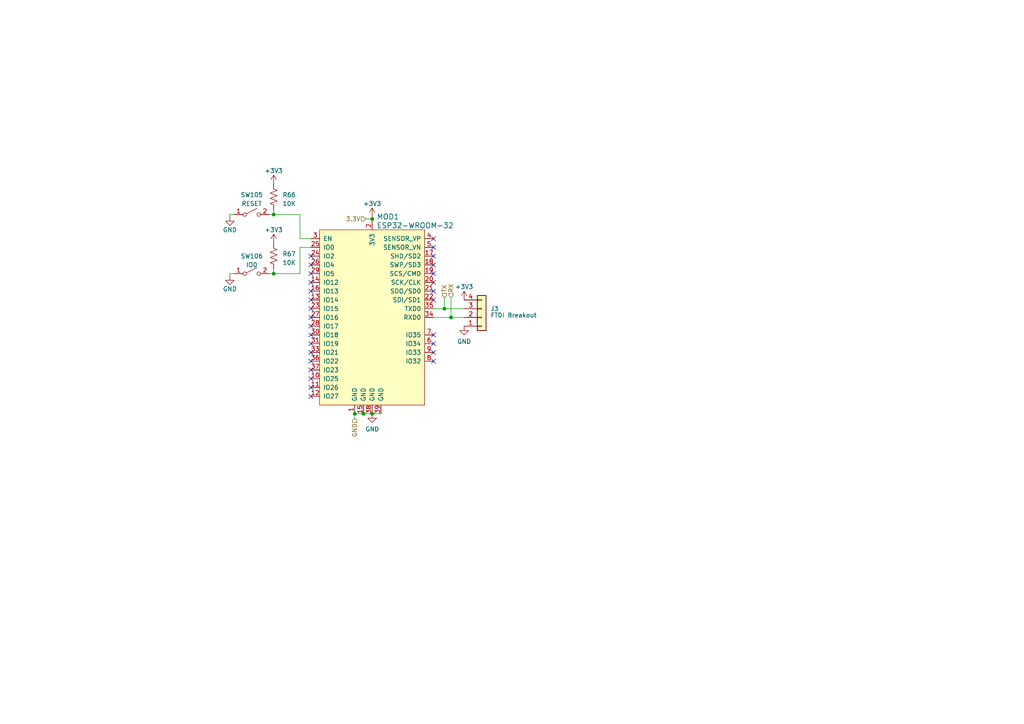
<source format=kicad_sch>
(kicad_sch (version 20230121) (generator eeschema)
  (paper "A4")
  (lib_symbols
    (symbol "Connector_Generic:Conn_01x04" (pin_names (offset 1.016) hide)
      (property "Reference" "J" (at 0 5.08 0))
      (property "Value" "Conn_01x04" (at 0 -7.62 0))
      (symbol "Conn_01x04_1_1"
        (rectangle (start -1.27 -4.953) (end 0 -5.207) (stroke (width 0.1524)))
        (rectangle (start -1.27 -2.413) (end 0 -2.667) (stroke (width 0.1524)))
        (rectangle (start -1.27 0.127) (end 0 -0.127) (stroke (width 0.1524)))
        (rectangle (start -1.27 2.667) (end 0 2.413) (stroke (width 0.1524)))
        (rectangle (start -1.27 3.81) (end 1.27 -6.35) (stroke (width 0.254)) (fill (type background)))
        (pin passive line (at -5.08 2.54 0) (length 3.81) (name "Pin_1") (number "1"))
        (pin passive line (at -5.08 0 0) (length 3.81) (name "Pin_2") (number "2"))
        (pin passive line (at -5.08 -2.54 0) (length 3.81) (name "Pin_3") (number "3"))
        (pin passive line (at -5.08 -5.08 0) (length 3.81) (name "Pin_4") (number "4"))
      )
    )
    (symbol "Device:R_US" (pin_numbers hide) (pin_names (offset 0))
      (property "Reference" "R" (at 2.54 0 90))
      (property "Value" "R_US" (at -2.54 0 90))
      (symbol "R_US_0_1"
        (polyline (pts (xy 0 -2.286) (xy 0 -2.54)))
        (polyline (pts (xy 0 2.286) (xy 0 2.54)))
        (polyline (pts (xy 0 -0.762) (xy 1.016 -1.143) (xy 0 -1.524) (xy -1.016 -1.905) (xy 0 -2.286)))
        (polyline (pts (xy 0 0.762) (xy 1.016 0.381) (xy 0 0) (xy -1.016 -0.381) (xy 0 -0.762)))
        (polyline (pts (xy 0 2.286) (xy 1.016 1.905) (xy 0 1.524) (xy -1.016 1.143) (xy 0 0.762)))
      )
      (symbol "R_US_1_1"
        (pin passive line (at 0 3.81 270) (length 1.27) (name "~") (number "1"))
        (pin passive line (at 0 -3.81 90) (length 1.27) (name "~") (number "2"))
      )
    )
    (symbol "Switch:SW_SPST" (pin_names (offset 0) hide)
      (property "Reference" "SW" (at 0 3.175 0))
      (property "Value" "SW_SPST" (at 0 -2.54 0))
      (symbol "SW_SPST_0_0"
        (circle (center -2.032 0) (radius 0.508))
        (polyline (pts (xy -1.524 0.254) (xy 1.524 1.778)))
        (circle (center 2.032 0) (radius 0.508))
      )
      (symbol "SW_SPST_1_1"
        (pin passive line (at -5.08 0 0) (length 2.54) (name "A") (number "1"))
        (pin passive line (at 5.08 0 180) (length 2.54) (name "B") (number "2"))
      )
    )
    (symbol "dk_RF-Transceiver-Modules:ESP32-WROOM-32" (pin_names (offset 1.016))
      (property "Reference" "MOD" (at -10.16 1.27 0))
      (property "Value" "ESP32-WROOM-32" (at 5.08 -25.4 90))
      (symbol "ESP32-WROOM-32_0_1"
        (rectangle (start -10.16 0) (end 20.32 -50.8) (fill (type background)))
      )
      (symbol "ESP32-WROOM-32_1_1"
        (pin power_in line (at 0 -53.34 90) (length 2.54) (name "GND") (number "1"))
        (pin bidirectional line (at -12.7 -43.18 0) (length 2.54) (name "IO25") (number "10"))
        (pin bidirectional line (at -12.7 -45.72 0) (length 2.54) (name "IO26") (number "11"))
        (pin bidirectional line (at -12.7 -48.26 0) (length 2.54) (name "IO27") (number "12"))
        (pin bidirectional line (at -12.7 -20.32 0) (length 2.54) (name "IO14") (number "13"))
        (pin bidirectional line (at -12.7 -15.24 0) (length 2.54) (name "IO12") (number "14"))
        (pin power_in line (at 2.54 -53.34 90) (length 2.54) (name "GND") (number "15"))
        (pin bidirectional line (at -12.7 -17.78 0) (length 2.54) (name "IO13") (number "16"))
        (pin bidirectional line (at 22.86 -7.62 180) (length 2.54) (name "SHD/SD2") (number "17"))
        (pin bidirectional line (at 22.86 -10.16 180) (length 2.54) (name "SWP/SD3") (number "18"))
        (pin bidirectional line (at 22.86 -12.7 180) (length 2.54) (name "SCS/CMD") (number "19"))
        (pin power_in line (at 5.08 2.54 270) (length 2.54) (name "3V3") (number "2"))
        (pin bidirectional line (at 22.86 -15.24 180) (length 2.54) (name "SCK/CLK") (number "20"))
        (pin bidirectional line (at 22.86 -17.78 180) (length 2.54) (name "SDO/SD0") (number "21"))
        (pin bidirectional line (at 22.86 -20.32 180) (length 2.54) (name "SDI/SD1") (number "22"))
        (pin bidirectional line (at -12.7 -22.86 0) (length 2.54) (name "IO15") (number "23"))
        (pin bidirectional line (at -12.7 -7.62 0) (length 2.54) (name "IO2") (number "24"))
        (pin bidirectional line (at -12.7 -5.08 0) (length 2.54) (name "IO0") (number "25"))
        (pin bidirectional line (at -12.7 -10.16 0) (length 2.54) (name "IO4") (number "26"))
        (pin bidirectional line (at -12.7 -25.4 0) (length 2.54) (name "IO16") (number "27"))
        (pin bidirectional line (at -12.7 -27.94 0) (length 2.54) (name "IO17") (number "28"))
        (pin bidirectional line (at -12.7 -12.7 0) (length 2.54) (name "IO5") (number "29"))
        (pin input line (at -12.7 -2.54 0) (length 2.54) (name "EN") (number "3"))
        (pin bidirectional line (at -12.7 -30.48 0) (length 2.54) (name "IO18") (number "30"))
        (pin bidirectional line (at -12.7 -33.02 0) (length 2.54) (name "IO19") (number "31"))
        (pin no_connect line (at 20.32 -43.18 180) (length 2.54) hide (name "NC") (number "32"))
        (pin bidirectional line (at -12.7 -35.56 0) (length 2.54) (name "IO21") (number "33"))
        (pin bidirectional line (at 22.86 -25.4 180) (length 2.54) (name "RXD0") (number "34"))
        (pin bidirectional line (at 22.86 -22.86 180) (length 2.54) (name "TXD0") (number "35"))
        (pin bidirectional line (at -12.7 -38.1 0) (length 2.54) (name "IO22") (number "36"))
        (pin bidirectional line (at -12.7 -40.64 0) (length 2.54) (name "IO23") (number "37"))
        (pin power_in line (at 5.08 -53.34 90) (length 2.54) (name "GND") (number "38"))
        (pin power_in line (at 7.62 -53.34 90) (length 2.54) (name "GND") (number "39"))
        (pin input line (at 22.86 -2.54 180) (length 2.54) (name "SENSOR_VP") (number "4"))
        (pin input line (at 22.86 -5.08 180) (length 2.54) (name "SENSOR_VN") (number "5"))
        (pin bidirectional line (at 22.86 -33.02 180) (length 2.54) (name "IO34") (number "6"))
        (pin bidirectional line (at 22.86 -30.48 180) (length 2.54) (name "IO35") (number "7"))
        (pin bidirectional line (at 22.86 -38.1 180) (length 2.54) (name "IO32") (number "8"))
        (pin bidirectional line (at 22.86 -35.56 180) (length 2.54) (name "IO33") (number "9"))
      )
    )
    (symbol "power:+3V3" (power) (pin_names (offset 0))
      (property "Value" "+3V3" (at 0 3.556 0))
      (symbol "+3V3_0_1"
        (polyline (pts (xy -0.762 1.27) (xy 0 2.54)))
        (polyline (pts (xy 0 0) (xy 0 2.54)))
        (polyline (pts (xy 0 2.54) (xy 0.762 1.27)))
      )
      (symbol "+3V3_1_1"
        (pin power_in line (at 0 0 90) (length 0) hide (name "+3V3") (number "1"))
      )
    )
    (symbol "power:GND" (power) (pin_names (offset 0))
      (property "Value" "GND" (at 0 -3.81 0))
      (symbol "GND_0_1"
        (polyline (pts (xy 0 0) (xy 0 -1.27) (xy 1.27 -1.27) (xy 0 -2.54) (xy -1.27 -1.27) (xy 0 -1.27)))
      )
      (symbol "GND_1_1"
        (pin power_in line (at 0 0 270) (length 0) hide (name "GND") (number "1"))
      )
    )
  )
  (junction (at 107.95 63.5))
  (junction (at 107.95 120.015))
  (junction (at 79.375 62.23))
  (junction (at 130.81 92.075))
  (junction (at 102.87 120.015))
  (junction (at 105.41 120.015))
  (junction (at 79.375 79.375))
  (junction (at 128.905 89.535))
  (no_connect (at 90.17 92.075))
  (no_connect (at 90.17 74.295))
  (no_connect (at 90.17 79.375))
  (no_connect (at 90.17 102.235))
  (no_connect (at 90.17 112.395))
  (no_connect (at 90.17 94.615))
  (no_connect (at 90.17 109.855))
  (no_connect (at 125.73 86.995))
  (no_connect (at 125.73 69.215))
  (no_connect (at 90.17 89.535))
  (no_connect (at 90.17 114.935))
  (no_connect (at 90.17 76.835))
  (no_connect (at 125.73 81.915))
  (no_connect (at 125.73 102.235))
  (no_connect (at 125.73 79.375))
  (no_connect (at 90.17 86.995))
  (no_connect (at 90.17 97.155))
  (no_connect (at 90.17 81.915))
  (no_connect (at 125.73 76.835))
  (no_connect (at 125.73 97.155))
  (no_connect (at 125.73 99.695))
  (no_connect (at 125.73 104.775))
  (no_connect (at 90.17 84.455))
  (no_connect (at 90.17 107.315))
  (no_connect (at 90.17 104.775))
  (no_connect (at 125.73 71.755))
  (no_connect (at 125.73 74.295))
  (no_connect (at 125.73 84.455))
  (no_connect (at 90.17 99.695))
  (wire (pts (xy 66.675 79.375) (xy 66.675 80.01)))
  (wire (pts (xy 107.95 120.015) (xy 110.49 120.015)))
  (wire (pts (xy 79.375 78.105) (xy 79.375 79.375)))
  (wire (pts (xy 125.73 92.075) (xy 130.81 92.075)))
  (wire (pts (xy 86.995 71.755) (xy 90.17 71.755)))
  (wire (pts (xy 128.905 86.36) (xy 128.905 89.535)))
  (wire (pts (xy 125.73 89.535) (xy 128.905 89.535)))
  (wire (pts (xy 105.41 120.015) (xy 107.95 120.015)))
  (wire (pts (xy 78.105 79.375) (xy 79.375 79.375)))
  (wire (pts (xy 79.375 62.23) (xy 79.375 60.96)))
  (wire (pts (xy 90.17 69.215) (xy 86.995 69.215)))
  (wire (pts (xy 86.995 62.23) (xy 79.375 62.23)))
  (wire (pts (xy 130.81 92.075) (xy 134.62 92.075)))
  (wire (pts (xy 66.675 62.23) (xy 66.675 62.865)))
  (wire (pts (xy 86.995 79.375) (xy 86.995 71.755)))
  (wire (pts (xy 107.95 63.5) (xy 107.95 64.135)))
  (wire (pts (xy 86.995 69.215) (xy 86.995 62.23)))
  (wire (pts (xy 67.945 62.23) (xy 66.675 62.23)))
  (wire (pts (xy 102.87 121.285) (xy 102.87 120.015)))
  (wire (pts (xy 106.045 63.5) (xy 107.95 63.5)))
  (wire (pts (xy 128.905 89.535) (xy 134.62 89.535)))
  (wire (pts (xy 79.375 79.375) (xy 86.995 79.375)))
  (wire (pts (xy 67.945 79.375) (xy 66.675 79.375)))
  (wire (pts (xy 130.81 86.36) (xy 130.81 92.075)))
  (wire (pts (xy 107.95 62.865) (xy 107.95 63.5)))
  (wire (pts (xy 102.87 120.015) (xy 105.41 120.015)))
  (wire (pts (xy 78.105 62.23) (xy 79.375 62.23)))
  (hierarchical_label "TX" (shape input) (at 128.905 86.36 90))
  (hierarchical_label "RX" (shape input) (at 130.81 86.36 90))
  (hierarchical_label "GND" (shape input) (at 102.87 121.285 270))
  (hierarchical_label "3.3V" (shape input) (at 106.045 63.5 180))
  (symbol (lib_id "power:+3V3") (at 107.95 62.865 0) (unit 1)
    (property "Reference" "#PWR0299" (effects hide))
    (property "Value" "+3V3" (at 107.95 59.055 0))
  )
  (symbol (lib_id "power:+3V3") (at 79.375 53.34 0) (unit 1)
    (property "Reference" "#PWR0297" (effects hide))
    (property "Value" "+3V3" (at 79.375 49.53 0))
  )
  (symbol (lib_id "Connector_Generic:Conn_01x04") (at 139.7 92.075 0) (mirror x) (unit 1)
    (property "Reference" "J3" (at 142.24 89.535 0) (effects (justify left)))
    (property "Value" "FTDI Breakout" (at 142.24 91.44 0) (effects (justify left)))
  )
  (symbol (lib_id "Device:R_US") (at 79.375 57.15 0) (unit 1)
    (property "Reference" "R66" (at 81.915 56.515 0) (effects (justify left)))
    (property "Value" "10K" (at 81.915 59.055 0) (effects (justify left)))
  )
  (symbol (lib_id "dk_RF-Transceiver-Modules:ESP32-WROOM-32") (at 102.87 66.675 0) (unit 1)
    (property "Reference" "MOD1" (at 109.22 62.865 0) (effects (font (size 1.524 1.524)) (justify left)))
    (property "Value" "ESP32-WROOM-32" (at 109.22 65.405 0) (effects (font (size 1.524 1.524)) (justify left)))
    (property "Footprint" "digikey-footprints:ESP32-WROOM-32D" (effects hide))
    (property "Datasheet" "https://www.espressif.com/sites/default/files/documentation/esp32-wroom-32_datasheet_en.pdf" (effects hide))
    (property "Digi-Key_PN" "1904-1010-1-ND" (effects hide))
    (property "MPN" "ESP32-WROOM-32" (effects hide))
    (property "Category" "RF/IF and RFID" (effects hide))
    (property "Family" "RF Transceiver Modules" (effects hide))
    (property "DK_Datasheet_Link" "https://www.espressif.com/sites/default/files/documentation/esp32-wroom-32_datasheet_en.pdf" (effects hide))
    (property "DK_Detail_Page" "/product-detail/en/espressif-systems/ESP32-WROOM-32/1904-1010-1-ND/8544305" (effects hide))
    (property "Description" "SMD MODULE, ESP32-D0WDQ6, 32MBIT" (effects hide))
    (property "Manufacturer" "Espressif Systems" (effects hide))
    (property "Status" "Active" (effects hide))
    (instances (project "mechpad" (path "" (reference "MOD1") (unit 1)) (path "" (reference "U?") (unit 1))))
  )
  (symbol (lib_id "power:+3V3") (at 134.62 86.995 0) (unit 1)
    (property "Reference" "#PWR0300" (effects hide))
    (property "Value" "+3V3" (at 134.62 83.185 0))
  )
  (symbol (lib_id "Switch:SW_SPST") (at 73.025 79.375 0) (unit 1)
    (property "Reference" "SW106" (at 73.025 74.295 0))
    (property "Value" "IO0" (at 73.025 76.835 0))
  )
  (symbol (lib_id "Device:R_US") (at 79.375 74.295 0) (unit 1)
    (property "Reference" "R67" (at 81.915 73.66 0) (effects (justify left)))
    (property "Value" "10K" (at 81.915 76.2 0) (effects (justify left)))
  )
  (symbol (lib_id "power:+3V3") (at 79.375 70.485 0) (unit 1)
    (property "Reference" "#PWR0298" (effects hide))
    (property "Value" "+3V3" (at 79.375 66.675 0))
  )
  (symbol (lib_id "power:GND") (at 107.95 120.015 0) (unit 1)
    (property "Reference" "#PWR0293" (effects hide))
    (property "Value" "GND" (at 107.95 124.46 0))
  )
  (symbol (lib_id "power:GND") (at 66.675 62.865 0) (unit 1)
    (property "Reference" "#PWR0295" (effects hide))
    (property "Value" "GND" (at 66.675 66.675 0))
  )
  (symbol (lib_id "power:GND") (at 134.62 94.615 0) (unit 1)
    (property "Reference" "#PWR0296" (effects hide))
    (property "Value" "GND" (at 134.62 99.06 0))
  )
  (symbol (lib_id "power:GND") (at 66.675 80.01 0) (unit 1)
    (property "Reference" "#PWR0294" (effects hide))
    (property "Value" "GND" (at 66.675 83.82 0))
  )
  (symbol (lib_id "Switch:SW_SPST") (at 73.025 62.23 0) (unit 1)
    (property "Reference" "SW105" (at 73.025 56.515 0))
    (property "Value" "RESET" (at 73.025 59.055 0))
  )
)
</source>
